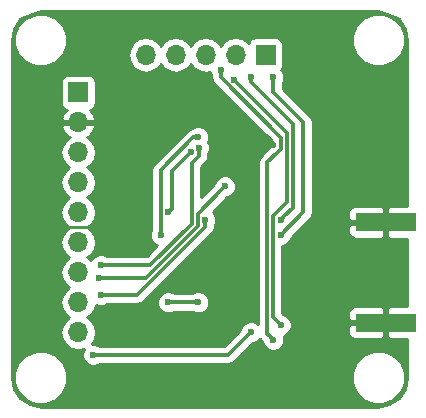
<source format=gbr>
G04 #@! TF.FileFunction,Copper,L2,Bot,Signal*
%FSLAX46Y46*%
G04 Gerber Fmt 4.6, Leading zero omitted, Abs format (unit mm)*
G04 Created by KiCad (PCBNEW 4.0.7) date 05/10/18 06:31:36*
%MOMM*%
%LPD*%
G01*
G04 APERTURE LIST*
%ADD10C,0.100000*%
%ADD11R,1.700000X1.700000*%
%ADD12O,1.700000X1.700000*%
%ADD13R,5.080000X1.500000*%
%ADD14C,0.600000*%
%ADD15C,1.080000*%
%ADD16C,0.300000*%
%ADD17C,0.250000*%
%ADD18C,0.254000*%
G04 APERTURE END LIST*
D10*
D11*
X114300000Y-83820000D03*
D12*
X114300000Y-86360000D03*
X114300000Y-88900000D03*
X114300000Y-91440000D03*
X114300000Y-93980000D03*
X114300000Y-96520000D03*
X114300000Y-99060000D03*
X114300000Y-101600000D03*
X114300000Y-104140000D03*
D11*
X130175000Y-80645000D03*
D12*
X127635000Y-80645000D03*
X125095000Y-80645000D03*
X122555000Y-80645000D03*
X120015000Y-80645000D03*
D13*
X140335000Y-103310000D03*
X140335000Y-94810000D03*
D14*
X140335000Y-85725000D03*
X130809994Y-88265000D03*
X109855000Y-95250000D03*
X109855000Y-101600000D03*
X115570000Y-109220000D03*
X123825000Y-108585000D03*
X129540000Y-108585000D03*
X116840000Y-93980000D03*
X119380000Y-92075000D03*
X125730000Y-90170000D03*
X117475000Y-87630000D03*
D15*
X137795000Y-105410000D03*
D14*
X128905000Y-104140000D03*
X115570000Y-106045000D03*
X124519620Y-88489633D03*
X116205000Y-98425000D03*
X126712613Y-91775767D03*
X116070378Y-99545368D03*
X125064989Y-94615000D03*
X116205000Y-100965000D03*
X131445000Y-95885000D03*
X130810000Y-82550000D03*
X131445000Y-94615000D03*
X128905000Y-82550000D03*
X130810000Y-104775000D03*
X126365014Y-81915000D03*
X131460010Y-103505000D03*
X127488033Y-82753780D03*
X121269990Y-95885000D03*
X124460000Y-87630000D03*
X123825000Y-88900000D03*
X121920000Y-93980000D03*
X121920000Y-101600000D03*
X124460000Y-101600000D03*
D16*
X130385730Y-88265000D02*
X130809994Y-88265000D01*
X127635000Y-88265000D02*
X130385730Y-88265000D01*
X125730000Y-90170000D02*
X127635000Y-88265000D01*
D17*
X130509995Y-87965001D02*
X130809994Y-88265000D01*
X114300000Y-86360000D02*
X128904994Y-86360000D01*
X128904994Y-86360000D02*
X130509995Y-87965001D01*
X109855000Y-95250000D02*
X115570000Y-95250000D01*
X115570000Y-95250000D02*
X116840000Y-93980000D01*
X115570000Y-109220000D02*
X109855000Y-103505000D01*
X109855000Y-103505000D02*
X109855000Y-101600000D01*
X129540000Y-108585000D02*
X123825000Y-108585000D01*
D16*
X119380000Y-92075000D02*
X118745000Y-92075000D01*
X118745000Y-92075000D02*
X116840000Y-93980000D01*
X126365000Y-106045000D02*
X127000000Y-106045000D01*
X127000000Y-106045000D02*
X128905000Y-104140000D01*
X115570000Y-106045000D02*
X126365000Y-106045000D01*
X123914977Y-89772027D02*
X124519620Y-89167384D01*
X123914977Y-94924147D02*
X123914977Y-89772027D01*
X120414124Y-98425000D02*
X123914977Y-94924147D01*
X124519620Y-89167384D02*
X124519620Y-88913897D01*
X124519620Y-88913897D02*
X124519620Y-88489633D01*
X116205000Y-98425000D02*
X120414124Y-98425000D01*
X124414988Y-95131258D02*
X124414988Y-94073392D01*
X126412614Y-92075766D02*
X126712613Y-91775767D01*
X124414988Y-94073392D02*
X126412614Y-92075766D01*
X116070378Y-99545368D02*
X120000878Y-99545368D01*
X120000878Y-99545368D02*
X124414988Y-95131258D01*
X125064989Y-95039264D02*
X125064989Y-94615000D01*
X125064989Y-95188379D02*
X125064989Y-95039264D01*
X119288368Y-100965000D02*
X125064989Y-95188379D01*
X116205000Y-100965000D02*
X119288368Y-100965000D01*
X133350000Y-86360000D02*
X133350000Y-93980000D01*
X133350000Y-93980000D02*
X131445000Y-95885000D01*
X130810000Y-83820000D02*
X133350000Y-86360000D01*
X130810000Y-82550000D02*
X130810000Y-83820000D01*
X131744999Y-94315001D02*
X131445000Y-94615000D01*
X128905000Y-82550000D02*
X128905000Y-82974264D01*
X132460023Y-86529287D02*
X132460023Y-93599977D01*
X128905000Y-82974264D02*
X132460023Y-86529287D01*
X132460023Y-93599977D02*
X131744999Y-94315001D01*
X131460007Y-88577001D02*
X131122005Y-88915001D01*
X130294988Y-104259988D02*
X130510001Y-104475001D01*
X131122005Y-88915001D02*
X130294988Y-89742016D01*
X130294988Y-89742016D02*
X130294988Y-104259988D01*
X126365014Y-82550014D02*
X131460007Y-87645007D01*
X126365014Y-81915000D02*
X126365014Y-82550014D01*
X131460007Y-87645007D02*
X131460007Y-88577001D01*
X130510001Y-104475001D02*
X130810000Y-104775000D01*
X130794998Y-94302998D02*
X130794999Y-102839989D01*
X131160011Y-103205001D02*
X131460010Y-103505000D01*
X130794999Y-102839989D02*
X131160011Y-103205001D01*
X131960012Y-93137984D02*
X130794998Y-94302998D01*
X131960012Y-87225759D02*
X131960012Y-93137984D01*
X127488033Y-82753780D02*
X131960012Y-87225759D01*
X121269990Y-90395746D02*
X121269990Y-95460736D01*
X124035736Y-87630000D02*
X121269990Y-90395746D01*
X124460000Y-87630000D02*
X124035736Y-87630000D01*
X121269990Y-95460736D02*
X121269990Y-95885000D01*
X123525001Y-89199999D02*
X123825000Y-88900000D01*
X122219999Y-90505001D02*
X123525001Y-89199999D01*
X122219999Y-93680001D02*
X122219999Y-90505001D01*
X121920000Y-93980000D02*
X122219999Y-93680001D01*
X124460000Y-101600000D02*
X121920000Y-101600000D01*
D18*
G36*
X141148816Y-77451809D02*
X141433183Y-77641817D01*
X141964512Y-78437007D01*
X142165000Y-79444931D01*
X142165000Y-93425000D01*
X140620750Y-93425000D01*
X140462000Y-93583750D01*
X140462000Y-94683000D01*
X140482000Y-94683000D01*
X140482000Y-94937000D01*
X140462000Y-94937000D01*
X140462000Y-96036250D01*
X140620750Y-96195000D01*
X142165000Y-96195000D01*
X142165000Y-101925000D01*
X140620750Y-101925000D01*
X140462000Y-102083750D01*
X140462000Y-103183000D01*
X140482000Y-103183000D01*
X140482000Y-103437000D01*
X140462000Y-103437000D01*
X140462000Y-104536250D01*
X140620750Y-104695000D01*
X142165000Y-104695000D01*
X142165000Y-107880069D01*
X141964512Y-108887993D01*
X141433183Y-109683183D01*
X140637993Y-110214512D01*
X139630069Y-110415000D01*
X111194931Y-110415000D01*
X110187007Y-110214512D01*
X109391817Y-109683183D01*
X108860488Y-108887993D01*
X108761953Y-108392619D01*
X108889613Y-108392619D01*
X109229155Y-109214372D01*
X109857321Y-109843636D01*
X110678481Y-110184611D01*
X111567619Y-110185387D01*
X112389372Y-109845845D01*
X113018636Y-109217679D01*
X113359611Y-108396519D01*
X113359614Y-108392619D01*
X137464613Y-108392619D01*
X137804155Y-109214372D01*
X138432321Y-109843636D01*
X139253481Y-110184611D01*
X140142619Y-110185387D01*
X140964372Y-109845845D01*
X141593636Y-109217679D01*
X141934611Y-108396519D01*
X141935387Y-107507381D01*
X141595845Y-106685628D01*
X140967679Y-106056364D01*
X140146519Y-105715389D01*
X139257381Y-105714613D01*
X138435628Y-106054155D01*
X137806364Y-106682321D01*
X137465389Y-107503481D01*
X137464613Y-108392619D01*
X113359614Y-108392619D01*
X113360387Y-107507381D01*
X113020845Y-106685628D01*
X112392679Y-106056364D01*
X111571519Y-105715389D01*
X110682381Y-105714613D01*
X109860628Y-106054155D01*
X109231364Y-106682321D01*
X108890389Y-107503481D01*
X108889613Y-108392619D01*
X108761953Y-108392619D01*
X108660000Y-107880069D01*
X108660000Y-88900000D01*
X112785907Y-88900000D01*
X112898946Y-89468285D01*
X113220853Y-89950054D01*
X113550026Y-90170000D01*
X113220853Y-90389946D01*
X112898946Y-90871715D01*
X112785907Y-91440000D01*
X112898946Y-92008285D01*
X113220853Y-92490054D01*
X113550026Y-92710000D01*
X113220853Y-92929946D01*
X112898946Y-93411715D01*
X112785907Y-93980000D01*
X112898946Y-94548285D01*
X113220853Y-95030054D01*
X113550026Y-95250000D01*
X113220853Y-95469946D01*
X112898946Y-95951715D01*
X112785907Y-96520000D01*
X112898946Y-97088285D01*
X113220853Y-97570054D01*
X113550026Y-97790000D01*
X113220853Y-98009946D01*
X112898946Y-98491715D01*
X112785907Y-99060000D01*
X112898946Y-99628285D01*
X113220853Y-100110054D01*
X113550026Y-100330000D01*
X113220853Y-100549946D01*
X112898946Y-101031715D01*
X112785907Y-101600000D01*
X112898946Y-102168285D01*
X113220853Y-102650054D01*
X113550026Y-102870000D01*
X113220853Y-103089946D01*
X112898946Y-103571715D01*
X112785907Y-104140000D01*
X112898946Y-104708285D01*
X113220853Y-105190054D01*
X113702622Y-105511961D01*
X114270907Y-105625000D01*
X114329093Y-105625000D01*
X114768270Y-105537642D01*
X114635162Y-105858201D01*
X114634838Y-106230167D01*
X114776883Y-106573943D01*
X115039673Y-106837192D01*
X115383201Y-106979838D01*
X115755167Y-106980162D01*
X116098943Y-106838117D01*
X116107074Y-106830000D01*
X127000000Y-106830000D01*
X127300407Y-106770245D01*
X127555079Y-106600079D01*
X129080005Y-105075153D01*
X129090167Y-105075162D01*
X129433943Y-104933117D01*
X129664802Y-104702661D01*
X129739909Y-104815067D01*
X129874847Y-104950005D01*
X129874838Y-104960167D01*
X130016883Y-105303943D01*
X130279673Y-105567192D01*
X130623201Y-105709838D01*
X130995167Y-105710162D01*
X131338943Y-105568117D01*
X131602192Y-105305327D01*
X131744838Y-104961799D01*
X131745162Y-104589833D01*
X131677757Y-104426700D01*
X131988953Y-104298117D01*
X132252202Y-104035327D01*
X132394848Y-103691799D01*
X132394931Y-103595750D01*
X137160000Y-103595750D01*
X137160000Y-104186309D01*
X137256673Y-104419698D01*
X137435301Y-104598327D01*
X137668690Y-104695000D01*
X140049250Y-104695000D01*
X140208000Y-104536250D01*
X140208000Y-103437000D01*
X137318750Y-103437000D01*
X137160000Y-103595750D01*
X132394931Y-103595750D01*
X132395172Y-103319833D01*
X132253127Y-102976057D01*
X131990337Y-102712808D01*
X131646809Y-102570162D01*
X131635320Y-102570152D01*
X131579999Y-102514831D01*
X131579999Y-102433691D01*
X137160000Y-102433691D01*
X137160000Y-103024250D01*
X137318750Y-103183000D01*
X140208000Y-103183000D01*
X140208000Y-102083750D01*
X140049250Y-101925000D01*
X137668690Y-101925000D01*
X137435301Y-102021673D01*
X137256673Y-102200302D01*
X137160000Y-102433691D01*
X131579999Y-102433691D01*
X131579998Y-96820118D01*
X131630167Y-96820162D01*
X131973943Y-96678117D01*
X132237192Y-96415327D01*
X132379838Y-96071799D01*
X132379848Y-96060310D01*
X133344408Y-95095750D01*
X137160000Y-95095750D01*
X137160000Y-95686309D01*
X137256673Y-95919698D01*
X137435301Y-96098327D01*
X137668690Y-96195000D01*
X140049250Y-96195000D01*
X140208000Y-96036250D01*
X140208000Y-94937000D01*
X137318750Y-94937000D01*
X137160000Y-95095750D01*
X133344408Y-95095750D01*
X133905079Y-94535079D01*
X134075245Y-94280406D01*
X134135000Y-93980000D01*
X134135000Y-93933691D01*
X137160000Y-93933691D01*
X137160000Y-94524250D01*
X137318750Y-94683000D01*
X140208000Y-94683000D01*
X140208000Y-93583750D01*
X140049250Y-93425000D01*
X137668690Y-93425000D01*
X137435301Y-93521673D01*
X137256673Y-93700302D01*
X137160000Y-93933691D01*
X134135000Y-93933691D01*
X134135000Y-86360000D01*
X134075245Y-86059594D01*
X133905079Y-85804921D01*
X131595000Y-83494842D01*
X131595000Y-83087506D01*
X131602192Y-83080327D01*
X131744838Y-82736799D01*
X131745162Y-82364833D01*
X131603117Y-82021057D01*
X131502779Y-81920543D01*
X131621431Y-81746890D01*
X131672440Y-81495000D01*
X131672440Y-79817619D01*
X137464613Y-79817619D01*
X137804155Y-80639372D01*
X138432321Y-81268636D01*
X139253481Y-81609611D01*
X140142619Y-81610387D01*
X140964372Y-81270845D01*
X141593636Y-80642679D01*
X141934611Y-79821519D01*
X141935387Y-78932381D01*
X141595845Y-78110628D01*
X140967679Y-77481364D01*
X140146519Y-77140389D01*
X139257381Y-77139613D01*
X138435628Y-77479155D01*
X137806364Y-78107321D01*
X137465389Y-78928481D01*
X137464613Y-79817619D01*
X131672440Y-79817619D01*
X131672440Y-79795000D01*
X131628162Y-79559683D01*
X131489090Y-79343559D01*
X131276890Y-79198569D01*
X131025000Y-79147560D01*
X129325000Y-79147560D01*
X129089683Y-79191838D01*
X128873559Y-79330910D01*
X128728569Y-79543110D01*
X128714914Y-79610541D01*
X128685054Y-79565853D01*
X128203285Y-79243946D01*
X127635000Y-79130907D01*
X127066715Y-79243946D01*
X126584946Y-79565853D01*
X126365000Y-79895026D01*
X126145054Y-79565853D01*
X125663285Y-79243946D01*
X125095000Y-79130907D01*
X124526715Y-79243946D01*
X124044946Y-79565853D01*
X123825000Y-79895026D01*
X123605054Y-79565853D01*
X123123285Y-79243946D01*
X122555000Y-79130907D01*
X121986715Y-79243946D01*
X121504946Y-79565853D01*
X121285000Y-79895026D01*
X121065054Y-79565853D01*
X120583285Y-79243946D01*
X120015000Y-79130907D01*
X119446715Y-79243946D01*
X118964946Y-79565853D01*
X118643039Y-80047622D01*
X118530000Y-80615907D01*
X118530000Y-80674093D01*
X118643039Y-81242378D01*
X118964946Y-81724147D01*
X119446715Y-82046054D01*
X120015000Y-82159093D01*
X120583285Y-82046054D01*
X121065054Y-81724147D01*
X121285000Y-81394974D01*
X121504946Y-81724147D01*
X121986715Y-82046054D01*
X122555000Y-82159093D01*
X123123285Y-82046054D01*
X123605054Y-81724147D01*
X123825000Y-81394974D01*
X124044946Y-81724147D01*
X124526715Y-82046054D01*
X125095000Y-82159093D01*
X125429859Y-82092485D01*
X125429852Y-82100167D01*
X125571897Y-82443943D01*
X125580014Y-82452074D01*
X125580014Y-82550014D01*
X125639769Y-82850421D01*
X125809935Y-83105093D01*
X130675007Y-87970165D01*
X130675007Y-88251842D01*
X130566927Y-88359922D01*
X129739912Y-89186935D01*
X129739909Y-89186937D01*
X129569743Y-89441610D01*
X129509988Y-89742016D01*
X129509988Y-103422599D01*
X129435327Y-103347808D01*
X129091799Y-103205162D01*
X128719833Y-103204838D01*
X128376057Y-103346883D01*
X128112808Y-103609673D01*
X127970162Y-103953201D01*
X127970152Y-103964690D01*
X126674842Y-105260000D01*
X116107506Y-105260000D01*
X116100327Y-105252808D01*
X115756799Y-105110162D01*
X115432718Y-105109880D01*
X115701054Y-104708285D01*
X115814093Y-104140000D01*
X115701054Y-103571715D01*
X115379147Y-103089946D01*
X115049974Y-102870000D01*
X115379147Y-102650054D01*
X115701054Y-102168285D01*
X115774574Y-101798675D01*
X116018201Y-101899838D01*
X116390167Y-101900162D01*
X116668476Y-101785167D01*
X120984838Y-101785167D01*
X121126883Y-102128943D01*
X121389673Y-102392192D01*
X121733201Y-102534838D01*
X122105167Y-102535162D01*
X122448943Y-102393117D01*
X122457074Y-102385000D01*
X123922494Y-102385000D01*
X123929673Y-102392192D01*
X124273201Y-102534838D01*
X124645167Y-102535162D01*
X124988943Y-102393117D01*
X125252192Y-102130327D01*
X125394838Y-101786799D01*
X125395162Y-101414833D01*
X125253117Y-101071057D01*
X124990327Y-100807808D01*
X124646799Y-100665162D01*
X124274833Y-100664838D01*
X123931057Y-100806883D01*
X123922926Y-100815000D01*
X122457506Y-100815000D01*
X122450327Y-100807808D01*
X122106799Y-100665162D01*
X121734833Y-100664838D01*
X121391057Y-100806883D01*
X121127808Y-101069673D01*
X120985162Y-101413201D01*
X120984838Y-101785167D01*
X116668476Y-101785167D01*
X116733943Y-101758117D01*
X116742074Y-101750000D01*
X119288368Y-101750000D01*
X119588775Y-101690245D01*
X119843447Y-101520079D01*
X125620068Y-95743458D01*
X125790234Y-95488785D01*
X125849989Y-95188379D01*
X125849989Y-95152506D01*
X125857181Y-95145327D01*
X125999827Y-94801799D01*
X126000151Y-94429833D01*
X125858106Y-94086057D01*
X125685444Y-93913094D01*
X126887618Y-92710920D01*
X126897780Y-92710929D01*
X127241556Y-92568884D01*
X127504805Y-92306094D01*
X127647451Y-91962566D01*
X127647775Y-91590600D01*
X127505730Y-91246824D01*
X127242940Y-90983575D01*
X126899412Y-90840929D01*
X126527446Y-90840605D01*
X126183670Y-90982650D01*
X125920421Y-91245440D01*
X125777775Y-91588968D01*
X125777765Y-91600457D01*
X124699977Y-92678245D01*
X124699977Y-90097185D01*
X125074699Y-89722463D01*
X125244865Y-89467791D01*
X125304620Y-89167384D01*
X125304620Y-89027139D01*
X125311812Y-89019960D01*
X125454458Y-88676432D01*
X125454782Y-88304466D01*
X125323885Y-87987671D01*
X125394838Y-87816799D01*
X125395162Y-87444833D01*
X125253117Y-87101057D01*
X124990327Y-86837808D01*
X124646799Y-86695162D01*
X124274833Y-86694838D01*
X123931057Y-86836883D01*
X123894854Y-86873023D01*
X123735330Y-86904755D01*
X123480657Y-87074921D01*
X123480655Y-87074924D01*
X120714911Y-89840667D01*
X120544745Y-90095339D01*
X120544745Y-90095340D01*
X120484990Y-90395746D01*
X120484990Y-95347494D01*
X120477798Y-95354673D01*
X120335152Y-95698201D01*
X120334828Y-96070167D01*
X120476873Y-96413943D01*
X120739663Y-96677192D01*
X120960199Y-96768767D01*
X120088966Y-97640000D01*
X116742506Y-97640000D01*
X116735327Y-97632808D01*
X116391799Y-97490162D01*
X116019833Y-97489838D01*
X115676057Y-97631883D01*
X115412808Y-97894673D01*
X115368027Y-98002516D01*
X115049974Y-97790000D01*
X115379147Y-97570054D01*
X115701054Y-97088285D01*
X115814093Y-96520000D01*
X115701054Y-95951715D01*
X115379147Y-95469946D01*
X115049974Y-95250000D01*
X115379147Y-95030054D01*
X115701054Y-94548285D01*
X115814093Y-93980000D01*
X115701054Y-93411715D01*
X115379147Y-92929946D01*
X115049974Y-92710000D01*
X115379147Y-92490054D01*
X115701054Y-92008285D01*
X115814093Y-91440000D01*
X115701054Y-90871715D01*
X115379147Y-90389946D01*
X115049974Y-90170000D01*
X115379147Y-89950054D01*
X115701054Y-89468285D01*
X115814093Y-88900000D01*
X115701054Y-88331715D01*
X115379147Y-87849946D01*
X115038447Y-87622298D01*
X115181358Y-87555183D01*
X115571645Y-87126924D01*
X115741476Y-86716890D01*
X115620155Y-86487000D01*
X114427000Y-86487000D01*
X114427000Y-86507000D01*
X114173000Y-86507000D01*
X114173000Y-86487000D01*
X112979845Y-86487000D01*
X112858524Y-86716890D01*
X113028355Y-87126924D01*
X113418642Y-87555183D01*
X113561553Y-87622298D01*
X113220853Y-87849946D01*
X112898946Y-88331715D01*
X112785907Y-88900000D01*
X108660000Y-88900000D01*
X108660000Y-82970000D01*
X112802560Y-82970000D01*
X112802560Y-84670000D01*
X112846838Y-84905317D01*
X112985910Y-85121441D01*
X113198110Y-85266431D01*
X113306107Y-85288301D01*
X113028355Y-85593076D01*
X112858524Y-86003110D01*
X112979845Y-86233000D01*
X114173000Y-86233000D01*
X114173000Y-86213000D01*
X114427000Y-86213000D01*
X114427000Y-86233000D01*
X115620155Y-86233000D01*
X115741476Y-86003110D01*
X115571645Y-85593076D01*
X115295499Y-85290063D01*
X115385317Y-85273162D01*
X115601441Y-85134090D01*
X115746431Y-84921890D01*
X115797440Y-84670000D01*
X115797440Y-82970000D01*
X115753162Y-82734683D01*
X115614090Y-82518559D01*
X115401890Y-82373569D01*
X115150000Y-82322560D01*
X113450000Y-82322560D01*
X113214683Y-82366838D01*
X112998559Y-82505910D01*
X112853569Y-82718110D01*
X112802560Y-82970000D01*
X108660000Y-82970000D01*
X108660000Y-79817619D01*
X108889613Y-79817619D01*
X109229155Y-80639372D01*
X109857321Y-81268636D01*
X110678481Y-81609611D01*
X111567619Y-81610387D01*
X112389372Y-81270845D01*
X113018636Y-80642679D01*
X113359611Y-79821519D01*
X113360387Y-78932381D01*
X113020845Y-78110628D01*
X112392679Y-77481364D01*
X111571519Y-77140389D01*
X110682381Y-77139613D01*
X109860628Y-77479155D01*
X109231364Y-78107321D01*
X108890389Y-78928481D01*
X108889613Y-79817619D01*
X108660000Y-79817619D01*
X108660000Y-79444931D01*
X108860488Y-78437007D01*
X109391817Y-77641817D01*
X109676184Y-77451809D01*
X111145610Y-76962000D01*
X139679390Y-76962000D01*
X141148816Y-77451809D01*
X141148816Y-77451809D01*
G37*
X141148816Y-77451809D02*
X141433183Y-77641817D01*
X141964512Y-78437007D01*
X142165000Y-79444931D01*
X142165000Y-93425000D01*
X140620750Y-93425000D01*
X140462000Y-93583750D01*
X140462000Y-94683000D01*
X140482000Y-94683000D01*
X140482000Y-94937000D01*
X140462000Y-94937000D01*
X140462000Y-96036250D01*
X140620750Y-96195000D01*
X142165000Y-96195000D01*
X142165000Y-101925000D01*
X140620750Y-101925000D01*
X140462000Y-102083750D01*
X140462000Y-103183000D01*
X140482000Y-103183000D01*
X140482000Y-103437000D01*
X140462000Y-103437000D01*
X140462000Y-104536250D01*
X140620750Y-104695000D01*
X142165000Y-104695000D01*
X142165000Y-107880069D01*
X141964512Y-108887993D01*
X141433183Y-109683183D01*
X140637993Y-110214512D01*
X139630069Y-110415000D01*
X111194931Y-110415000D01*
X110187007Y-110214512D01*
X109391817Y-109683183D01*
X108860488Y-108887993D01*
X108761953Y-108392619D01*
X108889613Y-108392619D01*
X109229155Y-109214372D01*
X109857321Y-109843636D01*
X110678481Y-110184611D01*
X111567619Y-110185387D01*
X112389372Y-109845845D01*
X113018636Y-109217679D01*
X113359611Y-108396519D01*
X113359614Y-108392619D01*
X137464613Y-108392619D01*
X137804155Y-109214372D01*
X138432321Y-109843636D01*
X139253481Y-110184611D01*
X140142619Y-110185387D01*
X140964372Y-109845845D01*
X141593636Y-109217679D01*
X141934611Y-108396519D01*
X141935387Y-107507381D01*
X141595845Y-106685628D01*
X140967679Y-106056364D01*
X140146519Y-105715389D01*
X139257381Y-105714613D01*
X138435628Y-106054155D01*
X137806364Y-106682321D01*
X137465389Y-107503481D01*
X137464613Y-108392619D01*
X113359614Y-108392619D01*
X113360387Y-107507381D01*
X113020845Y-106685628D01*
X112392679Y-106056364D01*
X111571519Y-105715389D01*
X110682381Y-105714613D01*
X109860628Y-106054155D01*
X109231364Y-106682321D01*
X108890389Y-107503481D01*
X108889613Y-108392619D01*
X108761953Y-108392619D01*
X108660000Y-107880069D01*
X108660000Y-88900000D01*
X112785907Y-88900000D01*
X112898946Y-89468285D01*
X113220853Y-89950054D01*
X113550026Y-90170000D01*
X113220853Y-90389946D01*
X112898946Y-90871715D01*
X112785907Y-91440000D01*
X112898946Y-92008285D01*
X113220853Y-92490054D01*
X113550026Y-92710000D01*
X113220853Y-92929946D01*
X112898946Y-93411715D01*
X112785907Y-93980000D01*
X112898946Y-94548285D01*
X113220853Y-95030054D01*
X113550026Y-95250000D01*
X113220853Y-95469946D01*
X112898946Y-95951715D01*
X112785907Y-96520000D01*
X112898946Y-97088285D01*
X113220853Y-97570054D01*
X113550026Y-97790000D01*
X113220853Y-98009946D01*
X112898946Y-98491715D01*
X112785907Y-99060000D01*
X112898946Y-99628285D01*
X113220853Y-100110054D01*
X113550026Y-100330000D01*
X113220853Y-100549946D01*
X112898946Y-101031715D01*
X112785907Y-101600000D01*
X112898946Y-102168285D01*
X113220853Y-102650054D01*
X113550026Y-102870000D01*
X113220853Y-103089946D01*
X112898946Y-103571715D01*
X112785907Y-104140000D01*
X112898946Y-104708285D01*
X113220853Y-105190054D01*
X113702622Y-105511961D01*
X114270907Y-105625000D01*
X114329093Y-105625000D01*
X114768270Y-105537642D01*
X114635162Y-105858201D01*
X114634838Y-106230167D01*
X114776883Y-106573943D01*
X115039673Y-106837192D01*
X115383201Y-106979838D01*
X115755167Y-106980162D01*
X116098943Y-106838117D01*
X116107074Y-106830000D01*
X127000000Y-106830000D01*
X127300407Y-106770245D01*
X127555079Y-106600079D01*
X129080005Y-105075153D01*
X129090167Y-105075162D01*
X129433943Y-104933117D01*
X129664802Y-104702661D01*
X129739909Y-104815067D01*
X129874847Y-104950005D01*
X129874838Y-104960167D01*
X130016883Y-105303943D01*
X130279673Y-105567192D01*
X130623201Y-105709838D01*
X130995167Y-105710162D01*
X131338943Y-105568117D01*
X131602192Y-105305327D01*
X131744838Y-104961799D01*
X131745162Y-104589833D01*
X131677757Y-104426700D01*
X131988953Y-104298117D01*
X132252202Y-104035327D01*
X132394848Y-103691799D01*
X132394931Y-103595750D01*
X137160000Y-103595750D01*
X137160000Y-104186309D01*
X137256673Y-104419698D01*
X137435301Y-104598327D01*
X137668690Y-104695000D01*
X140049250Y-104695000D01*
X140208000Y-104536250D01*
X140208000Y-103437000D01*
X137318750Y-103437000D01*
X137160000Y-103595750D01*
X132394931Y-103595750D01*
X132395172Y-103319833D01*
X132253127Y-102976057D01*
X131990337Y-102712808D01*
X131646809Y-102570162D01*
X131635320Y-102570152D01*
X131579999Y-102514831D01*
X131579999Y-102433691D01*
X137160000Y-102433691D01*
X137160000Y-103024250D01*
X137318750Y-103183000D01*
X140208000Y-103183000D01*
X140208000Y-102083750D01*
X140049250Y-101925000D01*
X137668690Y-101925000D01*
X137435301Y-102021673D01*
X137256673Y-102200302D01*
X137160000Y-102433691D01*
X131579999Y-102433691D01*
X131579998Y-96820118D01*
X131630167Y-96820162D01*
X131973943Y-96678117D01*
X132237192Y-96415327D01*
X132379838Y-96071799D01*
X132379848Y-96060310D01*
X133344408Y-95095750D01*
X137160000Y-95095750D01*
X137160000Y-95686309D01*
X137256673Y-95919698D01*
X137435301Y-96098327D01*
X137668690Y-96195000D01*
X140049250Y-96195000D01*
X140208000Y-96036250D01*
X140208000Y-94937000D01*
X137318750Y-94937000D01*
X137160000Y-95095750D01*
X133344408Y-95095750D01*
X133905079Y-94535079D01*
X134075245Y-94280406D01*
X134135000Y-93980000D01*
X134135000Y-93933691D01*
X137160000Y-93933691D01*
X137160000Y-94524250D01*
X137318750Y-94683000D01*
X140208000Y-94683000D01*
X140208000Y-93583750D01*
X140049250Y-93425000D01*
X137668690Y-93425000D01*
X137435301Y-93521673D01*
X137256673Y-93700302D01*
X137160000Y-93933691D01*
X134135000Y-93933691D01*
X134135000Y-86360000D01*
X134075245Y-86059594D01*
X133905079Y-85804921D01*
X131595000Y-83494842D01*
X131595000Y-83087506D01*
X131602192Y-83080327D01*
X131744838Y-82736799D01*
X131745162Y-82364833D01*
X131603117Y-82021057D01*
X131502779Y-81920543D01*
X131621431Y-81746890D01*
X131672440Y-81495000D01*
X131672440Y-79817619D01*
X137464613Y-79817619D01*
X137804155Y-80639372D01*
X138432321Y-81268636D01*
X139253481Y-81609611D01*
X140142619Y-81610387D01*
X140964372Y-81270845D01*
X141593636Y-80642679D01*
X141934611Y-79821519D01*
X141935387Y-78932381D01*
X141595845Y-78110628D01*
X140967679Y-77481364D01*
X140146519Y-77140389D01*
X139257381Y-77139613D01*
X138435628Y-77479155D01*
X137806364Y-78107321D01*
X137465389Y-78928481D01*
X137464613Y-79817619D01*
X131672440Y-79817619D01*
X131672440Y-79795000D01*
X131628162Y-79559683D01*
X131489090Y-79343559D01*
X131276890Y-79198569D01*
X131025000Y-79147560D01*
X129325000Y-79147560D01*
X129089683Y-79191838D01*
X128873559Y-79330910D01*
X128728569Y-79543110D01*
X128714914Y-79610541D01*
X128685054Y-79565853D01*
X128203285Y-79243946D01*
X127635000Y-79130907D01*
X127066715Y-79243946D01*
X126584946Y-79565853D01*
X126365000Y-79895026D01*
X126145054Y-79565853D01*
X125663285Y-79243946D01*
X125095000Y-79130907D01*
X124526715Y-79243946D01*
X124044946Y-79565853D01*
X123825000Y-79895026D01*
X123605054Y-79565853D01*
X123123285Y-79243946D01*
X122555000Y-79130907D01*
X121986715Y-79243946D01*
X121504946Y-79565853D01*
X121285000Y-79895026D01*
X121065054Y-79565853D01*
X120583285Y-79243946D01*
X120015000Y-79130907D01*
X119446715Y-79243946D01*
X118964946Y-79565853D01*
X118643039Y-80047622D01*
X118530000Y-80615907D01*
X118530000Y-80674093D01*
X118643039Y-81242378D01*
X118964946Y-81724147D01*
X119446715Y-82046054D01*
X120015000Y-82159093D01*
X120583285Y-82046054D01*
X121065054Y-81724147D01*
X121285000Y-81394974D01*
X121504946Y-81724147D01*
X121986715Y-82046054D01*
X122555000Y-82159093D01*
X123123285Y-82046054D01*
X123605054Y-81724147D01*
X123825000Y-81394974D01*
X124044946Y-81724147D01*
X124526715Y-82046054D01*
X125095000Y-82159093D01*
X125429859Y-82092485D01*
X125429852Y-82100167D01*
X125571897Y-82443943D01*
X125580014Y-82452074D01*
X125580014Y-82550014D01*
X125639769Y-82850421D01*
X125809935Y-83105093D01*
X130675007Y-87970165D01*
X130675007Y-88251842D01*
X130566927Y-88359922D01*
X129739912Y-89186935D01*
X129739909Y-89186937D01*
X129569743Y-89441610D01*
X129509988Y-89742016D01*
X129509988Y-103422599D01*
X129435327Y-103347808D01*
X129091799Y-103205162D01*
X128719833Y-103204838D01*
X128376057Y-103346883D01*
X128112808Y-103609673D01*
X127970162Y-103953201D01*
X127970152Y-103964690D01*
X126674842Y-105260000D01*
X116107506Y-105260000D01*
X116100327Y-105252808D01*
X115756799Y-105110162D01*
X115432718Y-105109880D01*
X115701054Y-104708285D01*
X115814093Y-104140000D01*
X115701054Y-103571715D01*
X115379147Y-103089946D01*
X115049974Y-102870000D01*
X115379147Y-102650054D01*
X115701054Y-102168285D01*
X115774574Y-101798675D01*
X116018201Y-101899838D01*
X116390167Y-101900162D01*
X116668476Y-101785167D01*
X120984838Y-101785167D01*
X121126883Y-102128943D01*
X121389673Y-102392192D01*
X121733201Y-102534838D01*
X122105167Y-102535162D01*
X122448943Y-102393117D01*
X122457074Y-102385000D01*
X123922494Y-102385000D01*
X123929673Y-102392192D01*
X124273201Y-102534838D01*
X124645167Y-102535162D01*
X124988943Y-102393117D01*
X125252192Y-102130327D01*
X125394838Y-101786799D01*
X125395162Y-101414833D01*
X125253117Y-101071057D01*
X124990327Y-100807808D01*
X124646799Y-100665162D01*
X124274833Y-100664838D01*
X123931057Y-100806883D01*
X123922926Y-100815000D01*
X122457506Y-100815000D01*
X122450327Y-100807808D01*
X122106799Y-100665162D01*
X121734833Y-100664838D01*
X121391057Y-100806883D01*
X121127808Y-101069673D01*
X120985162Y-101413201D01*
X120984838Y-101785167D01*
X116668476Y-101785167D01*
X116733943Y-101758117D01*
X116742074Y-101750000D01*
X119288368Y-101750000D01*
X119588775Y-101690245D01*
X119843447Y-101520079D01*
X125620068Y-95743458D01*
X125790234Y-95488785D01*
X125849989Y-95188379D01*
X125849989Y-95152506D01*
X125857181Y-95145327D01*
X125999827Y-94801799D01*
X126000151Y-94429833D01*
X125858106Y-94086057D01*
X125685444Y-93913094D01*
X126887618Y-92710920D01*
X126897780Y-92710929D01*
X127241556Y-92568884D01*
X127504805Y-92306094D01*
X127647451Y-91962566D01*
X127647775Y-91590600D01*
X127505730Y-91246824D01*
X127242940Y-90983575D01*
X126899412Y-90840929D01*
X126527446Y-90840605D01*
X126183670Y-90982650D01*
X125920421Y-91245440D01*
X125777775Y-91588968D01*
X125777765Y-91600457D01*
X124699977Y-92678245D01*
X124699977Y-90097185D01*
X125074699Y-89722463D01*
X125244865Y-89467791D01*
X125304620Y-89167384D01*
X125304620Y-89027139D01*
X125311812Y-89019960D01*
X125454458Y-88676432D01*
X125454782Y-88304466D01*
X125323885Y-87987671D01*
X125394838Y-87816799D01*
X125395162Y-87444833D01*
X125253117Y-87101057D01*
X124990327Y-86837808D01*
X124646799Y-86695162D01*
X124274833Y-86694838D01*
X123931057Y-86836883D01*
X123894854Y-86873023D01*
X123735330Y-86904755D01*
X123480657Y-87074921D01*
X123480655Y-87074924D01*
X120714911Y-89840667D01*
X120544745Y-90095339D01*
X120544745Y-90095340D01*
X120484990Y-90395746D01*
X120484990Y-95347494D01*
X120477798Y-95354673D01*
X120335152Y-95698201D01*
X120334828Y-96070167D01*
X120476873Y-96413943D01*
X120739663Y-96677192D01*
X120960199Y-96768767D01*
X120088966Y-97640000D01*
X116742506Y-97640000D01*
X116735327Y-97632808D01*
X116391799Y-97490162D01*
X116019833Y-97489838D01*
X115676057Y-97631883D01*
X115412808Y-97894673D01*
X115368027Y-98002516D01*
X115049974Y-97790000D01*
X115379147Y-97570054D01*
X115701054Y-97088285D01*
X115814093Y-96520000D01*
X115701054Y-95951715D01*
X115379147Y-95469946D01*
X115049974Y-95250000D01*
X115379147Y-95030054D01*
X115701054Y-94548285D01*
X115814093Y-93980000D01*
X115701054Y-93411715D01*
X115379147Y-92929946D01*
X115049974Y-92710000D01*
X115379147Y-92490054D01*
X115701054Y-92008285D01*
X115814093Y-91440000D01*
X115701054Y-90871715D01*
X115379147Y-90389946D01*
X115049974Y-90170000D01*
X115379147Y-89950054D01*
X115701054Y-89468285D01*
X115814093Y-88900000D01*
X115701054Y-88331715D01*
X115379147Y-87849946D01*
X115038447Y-87622298D01*
X115181358Y-87555183D01*
X115571645Y-87126924D01*
X115741476Y-86716890D01*
X115620155Y-86487000D01*
X114427000Y-86487000D01*
X114427000Y-86507000D01*
X114173000Y-86507000D01*
X114173000Y-86487000D01*
X112979845Y-86487000D01*
X112858524Y-86716890D01*
X113028355Y-87126924D01*
X113418642Y-87555183D01*
X113561553Y-87622298D01*
X113220853Y-87849946D01*
X112898946Y-88331715D01*
X112785907Y-88900000D01*
X108660000Y-88900000D01*
X108660000Y-82970000D01*
X112802560Y-82970000D01*
X112802560Y-84670000D01*
X112846838Y-84905317D01*
X112985910Y-85121441D01*
X113198110Y-85266431D01*
X113306107Y-85288301D01*
X113028355Y-85593076D01*
X112858524Y-86003110D01*
X112979845Y-86233000D01*
X114173000Y-86233000D01*
X114173000Y-86213000D01*
X114427000Y-86213000D01*
X114427000Y-86233000D01*
X115620155Y-86233000D01*
X115741476Y-86003110D01*
X115571645Y-85593076D01*
X115295499Y-85290063D01*
X115385317Y-85273162D01*
X115601441Y-85134090D01*
X115746431Y-84921890D01*
X115797440Y-84670000D01*
X115797440Y-82970000D01*
X115753162Y-82734683D01*
X115614090Y-82518559D01*
X115401890Y-82373569D01*
X115150000Y-82322560D01*
X113450000Y-82322560D01*
X113214683Y-82366838D01*
X112998559Y-82505910D01*
X112853569Y-82718110D01*
X112802560Y-82970000D01*
X108660000Y-82970000D01*
X108660000Y-79817619D01*
X108889613Y-79817619D01*
X109229155Y-80639372D01*
X109857321Y-81268636D01*
X110678481Y-81609611D01*
X111567619Y-81610387D01*
X112389372Y-81270845D01*
X113018636Y-80642679D01*
X113359611Y-79821519D01*
X113360387Y-78932381D01*
X113020845Y-78110628D01*
X112392679Y-77481364D01*
X111571519Y-77140389D01*
X110682381Y-77139613D01*
X109860628Y-77479155D01*
X109231364Y-78107321D01*
X108890389Y-78928481D01*
X108889613Y-79817619D01*
X108660000Y-79817619D01*
X108660000Y-79444931D01*
X108860488Y-78437007D01*
X109391817Y-77641817D01*
X109676184Y-77451809D01*
X111145610Y-76962000D01*
X139679390Y-76962000D01*
X141148816Y-77451809D01*
M02*

</source>
